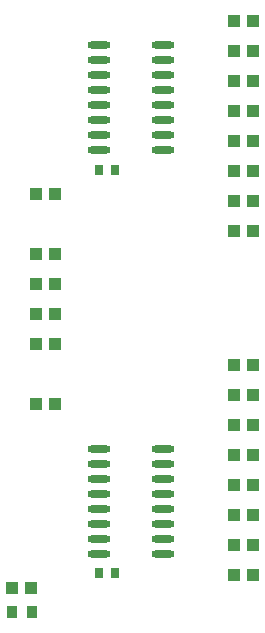
<source format=gtp>
G04 Layer: TopPasteMaskLayer*
G04 EasyEDA v6.5.32, 2023-07-30 21:58:18*
G04 7de9140c348b43c9878d0c7d88b18126,5a6b42c53f6a479593ecc07194224c93,10*
G04 Gerber Generator version 0.2*
G04 Scale: 100 percent, Rotated: No, Reflected: No *
G04 Dimensions in millimeters *
G04 leading zeros omitted , absolute positions ,4 integer and 5 decimal *
%FSLAX45Y45*%
%MOMM*%

%ADD10R,0.8000X0.9000*%
%ADD11R,0.8999X1.0000*%
%ADD12R,1.0000X1.1000*%
%ADD13O,1.9709892X0.6020054*%

%LPD*%
D10*
G01*
X2266797Y596900D03*
G01*
X2406777Y596900D03*
D11*
G01*
X1697913Y266700D03*
G01*
X1527911Y266700D03*
D12*
G01*
X1692910Y469900D03*
G01*
X1532915Y469900D03*
G01*
X3572509Y5270500D03*
G01*
X3412490Y5270500D03*
G01*
X3572509Y5016500D03*
G01*
X3412490Y5016500D03*
G01*
X3572509Y4762500D03*
G01*
X3412490Y4762500D03*
G01*
X3572509Y4508500D03*
G01*
X3412490Y4508500D03*
G01*
X3572509Y4254500D03*
G01*
X3412490Y4254500D03*
G01*
X3572509Y4000500D03*
G01*
X3412490Y4000500D03*
G01*
X3572509Y3746500D03*
G01*
X3412490Y3746500D03*
G01*
X3572509Y3492500D03*
G01*
X3412490Y3492500D03*
G01*
X3572509Y584200D03*
G01*
X3412490Y584200D03*
G01*
X3572509Y838200D03*
G01*
X3412490Y838200D03*
G01*
X3572509Y1092200D03*
G01*
X3412490Y1092200D03*
G01*
X3572509Y1346200D03*
G01*
X3412490Y1346200D03*
G01*
X3572509Y1600200D03*
G01*
X3412490Y1600200D03*
G01*
X3572509Y1854200D03*
G01*
X3412490Y1854200D03*
G01*
X3572509Y2108200D03*
G01*
X3412490Y2108200D03*
G01*
X3572509Y2362200D03*
G01*
X3412490Y2362200D03*
G01*
X1736089Y3810000D03*
G01*
X1896084Y3810000D03*
G01*
X1736089Y3302000D03*
G01*
X1896084Y3302000D03*
G01*
X1736089Y3048000D03*
G01*
X1896084Y3048000D03*
G01*
X1736089Y2794000D03*
G01*
X1896084Y2794000D03*
G01*
X1736089Y2540000D03*
G01*
X1896084Y2540000D03*
G01*
X1736089Y2032000D03*
G01*
X1896084Y2032000D03*
D10*
G01*
X2266797Y4013200D03*
G01*
X2406802Y4013200D03*
D13*
G01*
X2813558Y762000D03*
G01*
X2813558Y889000D03*
G01*
X2813558Y1016000D03*
G01*
X2813558Y1143000D03*
G01*
X2813558Y1270000D03*
G01*
X2813558Y1397000D03*
G01*
X2813558Y1524000D03*
G01*
X2813558Y1651000D03*
G01*
X2266441Y762000D03*
G01*
X2266441Y889000D03*
G01*
X2266441Y1016000D03*
G01*
X2266441Y1143000D03*
G01*
X2266441Y1270000D03*
G01*
X2266441Y1397000D03*
G01*
X2266441Y1524000D03*
G01*
X2266441Y1651000D03*
G01*
X2813558Y4178300D03*
G01*
X2813558Y4305300D03*
G01*
X2813558Y4432300D03*
G01*
X2813558Y4559300D03*
G01*
X2813558Y4686300D03*
G01*
X2813558Y4813300D03*
G01*
X2813558Y4940300D03*
G01*
X2813558Y5067300D03*
G01*
X2266441Y4178300D03*
G01*
X2266441Y4305300D03*
G01*
X2266441Y4432300D03*
G01*
X2266441Y4559300D03*
G01*
X2266441Y4686300D03*
G01*
X2266441Y4813300D03*
G01*
X2266441Y4940300D03*
G01*
X2266441Y5067300D03*
M02*

</source>
